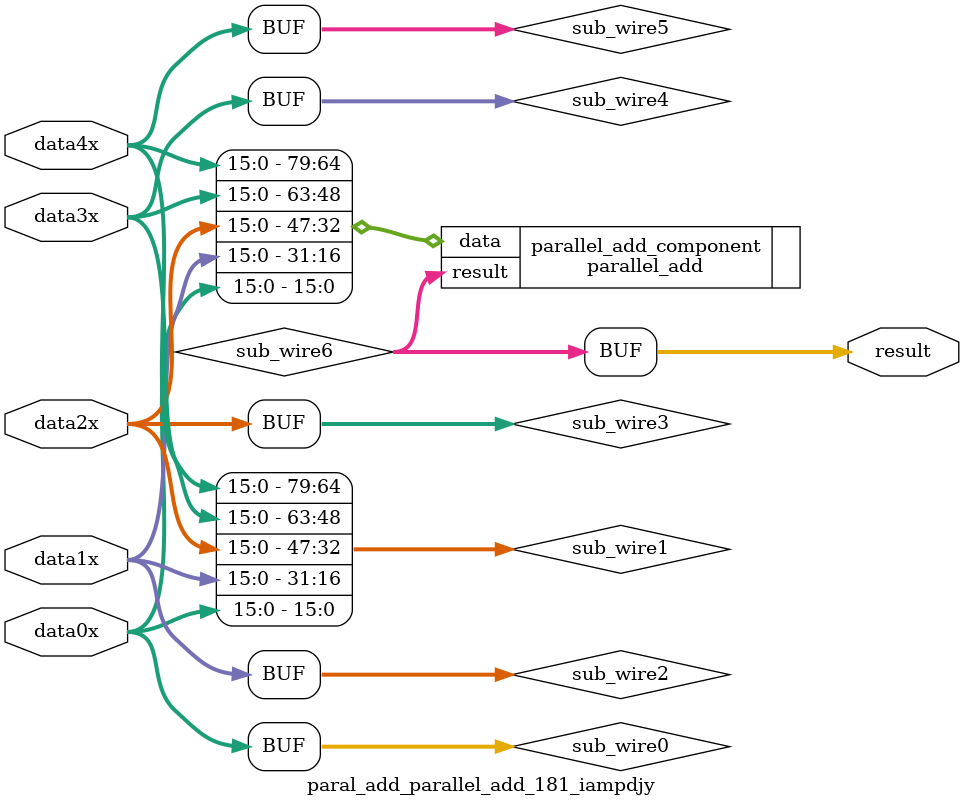
<source format=v>



`timescale 1 ps / 1 ps
// synopsys translate_on
module  paral_add_parallel_add_181_iampdjy  (
	data0x,
	data1x,
	data2x,
	data3x,
	data4x,
	result);

	input	[15:0]  data0x;
	input	[15:0]  data1x;
	input	[15:0]  data2x;
	input	[15:0]  data3x;
	input	[15:0]  data4x;
	output	[18:0]  result;

	wire [18:0] sub_wire6;
	wire [15:0] sub_wire5 = data4x[15:0];
	wire [15:0] sub_wire4 = data3x[15:0];
	wire [15:0] sub_wire3 = data2x[15:0];
	wire [15:0] sub_wire2 = data1x[15:0];
	wire [15:0] sub_wire0 = data0x[15:0];
	wire [79:0] sub_wire1 = {sub_wire5, sub_wire4, sub_wire3, sub_wire2, sub_wire0};
	wire [18:0] result = sub_wire6[18:0];

	parallel_add	parallel_add_component (
				.data (sub_wire1),
				.result (sub_wire6)
				// synopsys translate_off
				,
				.aclr (),
				.clken (),
				.clock ()
				// synopsys translate_on
				);
	defparam
		parallel_add_component.msw_subtract = "NO",
		parallel_add_component.pipeline = 0,
		parallel_add_component.representation = "SIGNED",
		parallel_add_component.result_alignment = "LSB",
		parallel_add_component.shift = 0,
		parallel_add_component.size = 5,
		parallel_add_component.width = 16,
		parallel_add_component.widthr = 19;


endmodule



</source>
